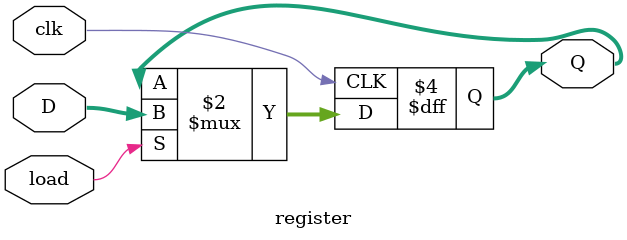
<source format=sv>
module register (
	input logic clk,
	input logic [8:0] D,
	input logic load,
	output reg [8:0] Q
);

	always @(posedge clk) begin
		if (load)
			Q <= D;
	end

endmodule : register

</source>
